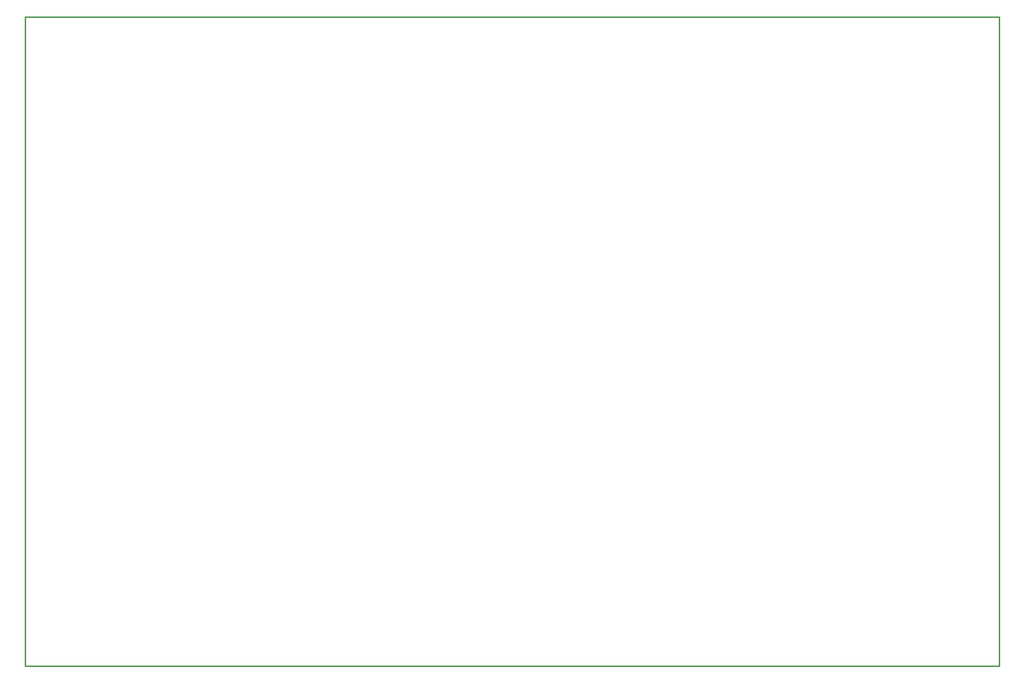
<source format=gko>
G04 Layer: BoardOutlineLayer*
G04 EasyEDA v6.5.1, 2022-05-03 13:15:28*
G04 Gerber Generator version 0.2*
G04 Scale: 100 percent, Rotated: No, Reflected: No *
G04 Dimensions in millimeters *
G04 leading zeros omitted , absolute positions ,4 integer and 5 decimal *
%FSLAX45Y45*%
%MOMM*%

%ADD10C,0.2540*%
D10*
X0Y9004899D02*
G01*
X17999999Y9004899D01*
X17999999Y-2995099D01*
X0Y-2995099D01*
X0Y9004899D01*

%LPD*%
M02*

</source>
